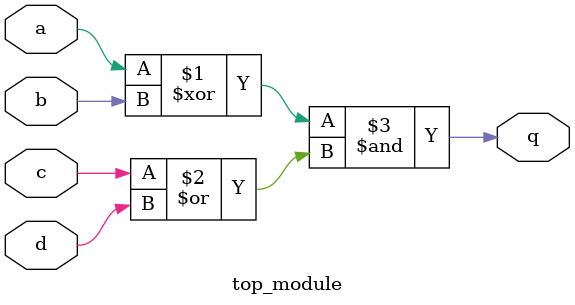
<source format=sv>
module top_module (
    input a,
    input b,
    input c,
    input d,
    output reg q
);

    assign q = (a ^ b) & (c | d);

endmodule

</source>
